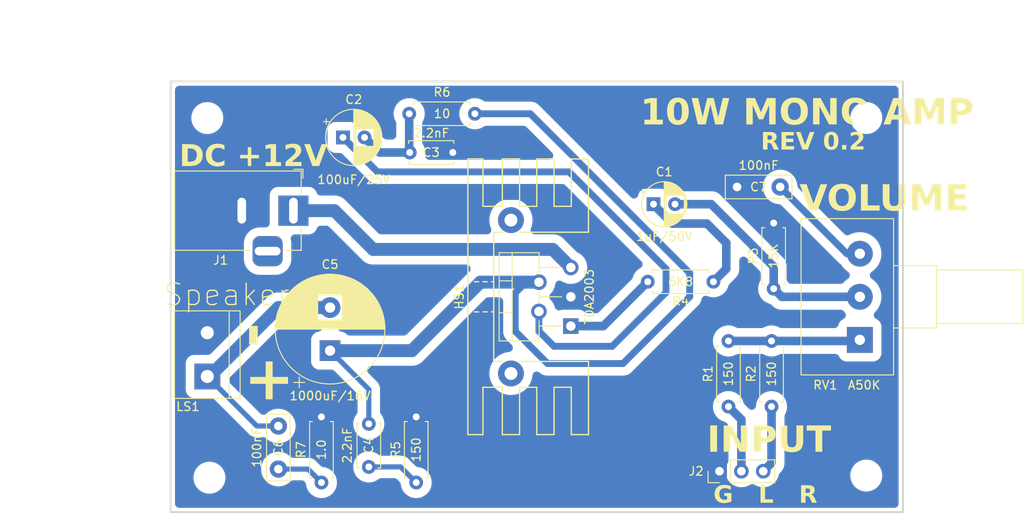
<source format=kicad_pcb>
(kicad_pcb (version 20221018) (generator pcbnew)
  (layers (0 "F.Cu" signal) (31 "B.Cu" signal) (34 "B.Paste" user) (35 "F.Paste" user) (36 "B.SilkS" user "B.Silkscreen") (37 "F.SilkS" user "F.Silkscreen") (38 "B.Mask" user) (39 "F.Mask" user) (44 "Edge.Cuts" user))
  (net 0 "")
  (net 1 "Net-(C1-Pad1)")
  (net 2 "Net-(C1-Pad2)")
  (net 3 "Net-(U1--)")
  (net 4 "Net-(C2-Pad2)")
  (net 5 "GND")
  (net 6 "Net-(C4-Pad1)")
  (net 7 "Net-(C5-Pad2)")
  (net 8 "Net-(C6-Pad2)")
  (net 9 "VCC")
  (net 10 "Net-(R1-Pad2)")
  (net 11 "Net-(U1-+)")
  (net 12 "Net-(J2-Pin_2)")
  (net 13 "Net-(J2-Pin_3)")
  (net 14 "Net-(C7-Pad1)")
  (footprint "Capacitor_THT:C_Disc_D5.0mm_W2.5mm_P5.00mm" (layer "F.Cu") (at 128.25 85.75 -90)
    (fp_text reference "C4" (at 2.5 0 90) (layer "F.SilkS"))
    (fp_text value "2.2nF" (at 2.5 2.5 90) (layer "F.SilkS"))
    (pad "1" thru_hole circle (at 0 0 270) (size 1.6 1.6) (drill 0.8) (layers "*.Cu" "*.Mask") (net 6 "Net-(C4-Pad1)"))
    (pad "2" thru_hole circle (at 5 0 270) (size 1.6 1.6) (drill 0.8) (layers "*.Cu" "*.Mask") (net 4 "Net-(C2-Pad2)"))
  )
  (footprint "Resistor_THT:R_Axial_DIN0207_L6.3mm_D2.5mm_P7.62mm_Horizontal" (layer "F.Cu") (at 168.25 69.25 180)
    (fp_text reference "R4" (at 3.81 -2.25) (layer "F.SilkS"))
    (fp_text value "6K8" (at 3.81 0) (layer "F.SilkS"))
    (pad "1" thru_hole circle (at 0 0 180) (size 1.6 1.6) (drill 0.8) (layers "*.Cu" "*.Mask") (net 1 "Net-(C1-Pad1)"))
    (pad "2" thru_hole oval (at 7.62 0 180) (size 1.6 1.6) (drill 0.8) (layers "*.Cu" "*.Mask") (net 11 "Net-(U1-+)"))
  )
  (footprint "Capacitor_THT:C_Disc_D7.5mm_W2.5mm_P5.00mm" (layer "F.Cu") (at 117.75 86 -90)
    (fp_text reference "C6" (at 2.5 0 90) (layer "F.SilkS"))
    (fp_text value "100nF" (at 2.5 2.5 90) (layer "F.SilkS"))
    (pad "1" thru_hole circle (at 0 0 270) (size 2 2) (drill 1) (layers "*.Cu" "*.Mask") (net 7 "Net-(C5-Pad2)"))
    (pad "2" thru_hole circle (at 5 0 270) (size 2 2) (drill 1) (layers "*.Cu" "*.Mask") (net 8 "Net-(C6-Pad2)"))
  )
  (footprint "TerminalBlock:TerminalBlock_bornier-2_P5.08mm" (layer "F.Cu") (at 109.5 80.25 90)
    (fp_text reference "LS1" (at -3.5 -2.25) (layer "F.SilkS"))
    (fp_text value "Speaker" (at 9.5 2.25) (layer "F.SilkS") (effects (font (size 2.5 2.5))))
    (pad "1" thru_hole rect (at 0 0 90) (size 3 3) (drill 1.52) (layers "*.Cu" "*.Mask") (net 7 "Net-(C5-Pad2)"))
    (pad "2" thru_hole circle (at 5.08 0 90) (size 3 3) (drill 1.52) (layers "*.Cu" "*.Mask") (net 5 "GND"))
  )
  (footprint "MountingHole:MountingHole_3.2mm_M3" (layer "F.Cu") (at 109.75 92)
    (fp_text reference "REF**" hide)
    (fp_text value "MountingHole_3.2mm_M3")
    (pad "" np_thru_hole circle (at 0 0) (size 3.2 3.2) (drill 3.2) (layers "*.Cu" "*.Mask"))
  )
  (footprint "Capacitor_THT:CP_Radial_D5.0mm_P2.50mm" (layer "F.Cu") (at 161.294888 60.25)
    (fp_text reference "C1" (at 1.25 -3.75) (layer "F.SilkS"))
    (fp_text value "1uF/50V" (at 1.25 3.75) (layer "F.SilkS"))
    (pad "1" thru_hole rect (at 0 0) (size 1.6 1.6) (drill 0.8) (layers "*.Cu" "*.Mask") (net 1 "Net-(C1-Pad1)"))
    (pad "2" thru_hole circle (at 2.5 0) (size 1.6 1.6) (drill 0.8) (layers "*.Cu" "*.Mask") (net 2 "Net-(C1-Pad2)"))
  )
  (footprint "Resistor_THT:R_Axial_DIN0207_L6.3mm_D2.5mm_P7.62mm_Horizontal" (layer "F.Cu") (at 175 83.75 90)
    (fp_text reference "R2" (at 3.81 -2.37 90) (layer "F.SilkS"))
    (fp_text value "150" (at 3.81 0 90) (layer "F.SilkS"))
    (pad "1" thru_hole circle (at 0 0 90) (size 1.6 1.6) (drill 0.8) (layers "*.Cu" "*.Mask") (net 13 "Net-(J2-Pin_3)"))
    (pad "2" thru_hole oval (at 7.62 0 90) (size 1.6 1.6) (drill 0.8) (layers "*.Cu" "*.Mask") (net 10 "Net-(R1-Pad2)"))
  )
  (footprint "Heatsink:Heatsink_Stonecold_HS-132_32x14mm_2xFixation1.5mm" (layer "F.Cu") (at 144.75 71 90)
    (fp_text reference "HS1" (at 0 -6 90) (layer "F.SilkS"))
    (fp_text value "Heatsink")
    (pad "1" thru_hole circle (at -8.9 0 90) (size 3 3) (drill 1.5) (layers "*.Cu" "*.Mask"))
    (pad "1" thru_hole circle (at 8.9 0 90) (size 3 3) (drill 1.5) (layers "*.Cu" "*.Mask"))
  )
  (footprint "MountingHole:MountingHole_3.2mm_M3" (layer "F.Cu") (at 186 50.25)
    (fp_text reference "REF**" hide)
    (fp_text value "MountingHole_3.2mm_M3")
    (pad "" np_thru_hole circle (at 0 0) (size 3.2 3.2) (drill 3.2) (layers "*.Cu" "*.Mask"))
  )
  (footprint "Capacitor_THT:CP_Radial_D6.3mm_P2.50mm" (layer "F.Cu") (at 125.25 52.5)
    (fp_text reference "C2" (at 1.25 -4.4) (layer "F.SilkS"))
    (fp_text value "100uF/25V" (at 1.25 4.9) (layer "F.SilkS"))
    (pad "1" thru_hole rect (at 0 0) (size 1.6 1.6) (drill 0.8) (layers "*.Cu" "*.Mask") (net 3 "Net-(U1--)"))
    (pad "2" thru_hole circle (at 2.5 0) (size 1.6 1.6) (drill 0.8) (layers "*.Cu" "*.Mask") (net 4 "Net-(C2-Pad2)"))
  )
  (footprint "Connector_BarrelJack:BarrelJack_Horizontal" (layer "F.Cu") (at 119.5 61)
    (fp_text reference "J1" (at -8.45 5.75) (layer "F.SilkS"))
    (fp_text value "Barrel_Jack")
    (pad "1" thru_hole rect (at 0 0) (size 3.5 3.5) (drill oval 1 3) (layers "*.Cu" "*.Mask") (net 9 "VCC"))
    (pad "2" thru_hole roundrect (at -6 0) (size 3 3.5) (drill oval 1 3) (layers "*.Cu" "*.Mask") (net 5 "GND"))
    (pad "3" thru_hole roundrect (at -3 4.7) (size 3.5 3.5) (drill oval 3 1) (layers "*.Cu" "*.Mask"))
  )
  (footprint "Resistor_THT:R_Axial_DIN0207_L6.3mm_D2.5mm_P7.62mm_Horizontal" (layer "F.Cu") (at 140.56 49.75 180)
    (fp_text reference "R6" (at 3.81 2.5) (layer "F.SilkS"))
    (fp_text value "10" (at 3.81 0) (layer "F.SilkS"))
    (pad "1" thru_hole circle (at 0 0 180) (size 1.6 1.6) (drill 0.8) (layers "*.Cu" "*.Mask") (net 6 "Net-(C4-Pad1)"))
    (pad "2" thru_hole oval (at 7.62 0 180) (size 1.6 1.6) (drill 0.8) (layers "*.Cu" "*.Mask") (net 4 "Net-(C2-Pad2)"))
  )
  (footprint "Potentiometer_THT:Potentiometer_Alps_RK163_Single_Horizontal" (layer "F.Cu") (at 185.25 76 180)
    (fp_text reference "RV1" (at 4 -5.25) (layer "F.SilkS"))
    (fp_text value "A50K" (at -0.5 -5.25) (layer "F.SilkS"))
    (pad "1" thru_hole rect (at 0 0) (size 3 3) (drill 1.2) (layers "*.Cu" "*.Mask") (net 10 "Net-(R1-Pad2)"))
    (pad "2" thru_hole circle (at 0 5) (size 3 3) (drill 1.2) (layers "*.Cu" "*.Mask") (net 2 "Net-(C1-Pad2)"))
    (pad "3" thru_hole circle (at 0 10) (size 3 3) (drill 1.2) (layers "*.Cu" "*.Mask") (net 14 "Net-(C7-Pad1)"))
  )
  (footprint "Capacitor_THT:C_Disc_D7.5mm_W2.5mm_P5.00mm" (layer "F.Cu") (at 176 58.25 180)
    (fp_text reference "C7" (at 2.5 0) (layer "F.SilkS"))
    (fp_text value "100nF" (at 2.5 2.5) (layer "F.SilkS"))
    (pad "1" thru_hole circle (at 0 0 180) (size 2 2) (drill 1) (layers "*.Cu" "*.Mask") (net 14 "Net-(C7-Pad1)"))
    (pad "2" thru_hole circle (at 5 0 180) (size 2 2) (drill 1) (layers "*.Cu" "*.Mask") (net 5 "GND"))
  )
  (footprint "Connector_PinHeader_2.54mm:PinHeader_1x03_P2.54mm_Vertical" (layer "F.Cu") (at 168.96 91.25 90)
    (fp_text reference "J2" (at 0 -2.71 180) (layer "F.SilkS"))
    (fp_text value "Conn_01x03_Pin")
    (pad "1" thru_hole rect (at 0 0 90) (size 1.7 1.7) (drill 1) (layers "*.Cu" "*.Mask") (net 5 "GND"))
    (pad "2" thru_hole oval (at 0 2.54 90) (size 1.7 1.7) (drill 1) (layers "*.Cu" "*.Mask") (net 12 "Net-(J2-Pin_2)"))
    (pad "3" thru_hole oval (at 0 5.08 90) (size 1.7 1.7) (drill 1) (layers "*.Cu" "*.Mask") (net 13 "Net-(J2-Pin_3)"))
  )
  (footprint "Resistor_THT:R_Axial_DIN0207_L6.3mm_D2.5mm_P7.62mm_Horizontal" (layer "F.Cu") (at 122.75 92.56 90)
    (fp_text reference "R7" (at 3.81 -2.37 90) (layer "F.SilkS"))
    (fp_text value "1.0" (at 3.81 0 90) (layer "F.SilkS"))
    (pad "1" thru_hole circle (at 0 0 90) (size 1.6 1.6) (drill 0.8) (layers "*.Cu" "*.Mask") (net 8 "Net-(C6-Pad2)"))
    (pad "2" thru_hole oval (at 7.62 0 90) (size 1.6 1.6) (drill 0.8) (layers "*.Cu" "*.Mask") (net 5 "GND"))
  )
  (footprint "Resistor_THT:R_Axial_DIN0207_L6.3mm_D2.5mm_P7.62mm_Horizontal" (layer "F.Cu") (at 133.75 92.56 90)
    (fp_text reference "R5" (at 3.81 -2.37 90) (layer "F.SilkS"))
    (fp_text value "150" (at 3.81 0 90) (layer "F.SilkS"))
    (pad "1" thru_hole circle (at 0 0 90) (size 1.6 1.6) (drill 0.8) (layers "*.Cu" "*.Mask") (net 4 "Net-(C2-Pad2)"))
    (pad "2" thru_hole oval (at 7.62 0 90) (size 1.6 1.6) (drill 0.8) (layers "*.Cu" "*.Mask") (net 5 "GND"))
  )
  (footprint "MountingHole:MountingHole_3.2mm_M3" (layer "F.Cu") (at 186 91.75)
    (fp_text reference "REF**" hide)
    (fp_text value "MountingHole_3.2mm_M3")
    (pad "" np_thru_hole circle (at 0 0) (size 3.2 3.2) (drill 3.2) (layers "*.Cu" "*.Mask"))
  )
  (footprint "MountingHole:MountingHole_3.2mm_M3" (layer "F.Cu") (at 109.5 50.25)
    (fp_text reference "REF**" hide)
    (fp_text value "MountingHole_3.2mm_M3")
    (pad "" np_thru_hole circle (at 0 0) (size 3.2 3.2) (drill 3.2) (layers "*.Cu" "*.Mask"))
  )
  (footprint "Capacitor_THT:C_Disc_D5.0mm_W2.5mm_P5.00mm" (layer "F.Cu") (at 133 54.25)
    (fp_text reference "C3" (at 2.5 0) (layer "F.SilkS"))
    (fp_text value "2.2nF" (at 2.5 -2.25) (layer "F.SilkS"))
    (pad "1" thru_hole circle (at 0 0) (size 1.6 1.6) (drill 0.8) (layers "*.Cu" "*.Mask") (net 4 "Net-(C2-Pad2)"))
    (pad "2" thru_hole circle (at 5 0) (size 1.6 1.6) (drill 0.8) (layers "*.Cu" "*.Mask") (net 5 "GND"))
  )
  (footprint "Package_TO_SOT_THT:TO-220-5_P3.4x3.7mm_StaggerOdd_Lead3.8mm_Vertical" (layer "F.Cu") (at 151.7 74.4 90)
    (fp_text reference "U1" hide)
    (fp_text value "TDA2003" (at 3.4 2.15 90) (layer "F.SilkS"))
    (pad "1" thru_hole rect (at 0 0 90) (size 1.8 1.8) (drill 1.1) (layers "*.Cu" "*.Mask") (net 11 "Net-(U1-+)"))
    (pad "2" thru_hole oval (at 1.7 -3.7 90) (size 1.8 1.8) (drill 1.1) (layers "*.Cu" "*.Mask") (net 3 "Net-(U1--)"))
    (pad "3" thru_hole oval (at 3.4 0 90) (size 1.8 1.8) (drill 1.1) (layers "*.Cu" "*.Mask") (net 5 "GND"))
    (pad "4" thru_hole oval (at 5.1 -3.7 90) (size 1.8 1.8) (drill 1.1) (layers "*.Cu" "*.Mask") (net 6 "Net-(C4-Pad1)"))
    (pad "5" thru_hole oval (at 6.8 0 90) (size 1.8 1.8) (drill 1.1) (layers "*.Cu" "*.Mask") (net 9 "VCC"))
  )
  (footprint "Capacitor_THT:CP_Radial_D12.5mm_P5.00mm" (layer "F.Cu") (at 123.75 77.25 90)
    (fp_text reference "C5" (at 10 0) (layer "F.SilkS"))
    (fp_text value "1000uF/16V" (at -5.25 0 180) (layer "F.SilkS"))
    (pad "1" thru_hole rect (at 0 0 90) (size 2.4 2.4) (drill 1.2) (layers "*.Cu" "*.Mask") (net 6 "Net-(C4-Pad1)"))
    (pad "2" thru_hole circle (at 5 0 90) (size 2.4 2.4) (drill 1.2) (layers "*.Cu" "*.Mask") (net 7 "Net-(C5-Pad2)"))
  )
  (footprint "Resistor_THT:R_Axial_DIN0207_L6.3mm_D2.5mm_P7.62mm_Horizontal" (layer "F.Cu") (at 175.25 70.06 90)
    (fp_text reference "R3" (at 3.81 -2.37 90) (layer "F.SilkS"))
    (fp_text value "15K" (at 3.81 0 90) (layer "F.SilkS"))
    (pad "1" thru_hole circle (at 0 0 90) (size 1.6 1.6) (drill 0.8) (layers "*.Cu" "*.Mask") (net 2 "Net-(C1-Pad2)"))
    (pad "2" thru_hole oval (at 7.62 0 90) (size 1.6 1.6) (drill 0.8) (layers "*.Cu" "*.Mask") (net 5 "GND"))
  )
  (footprint "Resistor_THT:R_Axial_DIN0207_L6.3mm_D2.5mm_P7.62mm_Horizontal" (layer "F.Cu") (at 170 83.75 90)
    (fp_text reference "R1" (at 3.81 -2.37 90) (layer "F.SilkS"))
    (fp_text value "150" (at 3.81 0 90) (layer "F.SilkS"))
    (pad "1" thru_hole circle (at 0 0 90) (size 1.6 1.6) (drill 0.8) (layers "*.Cu" "*.Mask") (net 12 "Net-(J2-Pin_2)"))
    (pad "2" thru_hole oval (at 7.62 0 90) (size 1.6 1.6) (drill 0.8) (layers "*.Cu" "*.Mask") (net 10 "Net-(R1-Pad2)"))
  )
  (gr_rect (start 105.25 46) (end 190.25 96) (stroke (width 0.2)) (fill none) (layer "F.SilkS"))
  (gr_rect (start 105.25 46) (end 190.25 96) (stroke (width 0.2)) (fill none) (layer "Edge.Cuts"))
  (gr_text "G   L   R" (at 168.25 95.25) (layer "F.SilkS") (effects (font (size 2 2) (thickness 0.3) bold) (justify left bottom)))
  (gr_text "REV 0.2" (at 173.75 54.25) (layer "F.SilkS") (effects (font (size 2 2) (thickness 0.3) bold) (justify left bottom)))
  (gr_text "+" (at 113.75 83.75) (layer "F.SilkS") (effects (font (size 5 5) (thickness 0.3) bold) (justify left bottom)))
  (gr_text "DC +12V\n" (at 106.25 56.25) (layer "F.SilkS") (effects (font (size 2.5 2.5) (thickness 0.3) bold) (justify left bottom)))
  (gr_text "10W MONO AMP" (at 159.75 51.5) (layer "F.SilkS") (effects (font (size 3 3) (thickness 0.3) bold) (justify left bottom)))
  (gr_text "-" (at 112 74 -90) (layer "F.SilkS") (effects (font (size 5 5) (thickness 0.3) bold) (justify left bottom)))
  (gr_text "INPUT" (at 167.5 89.5) (layer "F.SilkS") (effects (font (size 3 3) (thickness 0.3) bold) (justify left bottom)))
  (gr_text "VOLUME" (at 178.25 61.5) (layer "F.SilkS") (effects (font (size 3 3) (thickness 0.3) bold) (justify left bottom)))
  (segment (start 161.294888 60.25) (end 161.294888 60.295585) (width 1) (layer "B.Cu") (net 1))
  (segment (start 167.5 62.5) (end 169.75 64.75) (width 1) (layer "B.Cu") (net 1))
  (segment (start 163.499303 62.5) (end 167.5 62.5) (width 1) (layer "B.Cu") (net 1))
  (segment (start 169.75 64.75) (end 169.75 67.75) (width 1) (layer "B.Cu") (net 1))
  (segment (start 169.75 67.75) (end 168.25 69.25) (width 1) (layer "B.Cu") (net 1))
  (segment (start 161.294888 60.295585) (end 163.499303 62.5) (width 1) (layer "B.Cu") (net 1))
  (segment (start 176.19 71) (end 175.25 70.06) (width 1) (layer "B.Cu") (net 2))
  (segment (start 168 60.25) (end 163.794888 60.25) (width 1) (layer "B.Cu") (net 2))
  (segment (start 175.25 67.5) (end 168 60.25) (width 1) (layer "B.Cu") (net 2))
  (segment (start 175.25 70.06) (end 175.25 67.5) (width 1) (layer "B.Cu") (net 2))
  (segment (start 185.25 71) (end 176.19 71) (width 1) (layer "B.Cu") (net 2))
  (segment (start 162.75 67.75) (end 162.75 70.5) (width 0.8) (layer "B.Cu") (net 3))
  (segment (start 162.75 70.5) (end 156.5 76.75) (width 0.8) (layer "B.Cu") (net 3))
  (segment (start 148 75) (end 148 72.7) (width 0.8) (layer "B.Cu") (net 3))
  (segment (start 149.75 76.75) (end 148 75) (width 0.8) (layer "B.Cu") (net 3))
  (segment (start 156.5 76.75) (end 149.75 76.75) (width 0.8) (layer "B.Cu") (net 3))
  (segment (start 129.25 56.5) (end 151.5 56.5) (width 0.8) (layer "B.Cu") (net 3))
  (segment (start 125.25 52.5) (end 129.25 56.5) (width 0.8) (layer "B.Cu") (net 3))
  (segment (start 151.5 56.5) (end 162.75 67.75) (width 0.8) (layer "B.Cu") (net 3))
  (segment (start 129.5 54.25) (end 133 54.25) (width 1) (layer "B.Cu") (net 4))
  (segment (start 128.25 90.75) (end 131.94 90.75) (width 0.6) (layer "B.Cu") (net 4))
  (segment (start 132.94 49.75) (end 132.94 54.19) (width 1) (layer "B.Cu") (net 4))
  (segment (start 127.75 52.5) (end 129.5 54.25) (width 1) (layer "B.Cu") (net 4))
  (segment (start 132.94 54.19) (end 133 54.25) (width 1) (layer "B.Cu") (net 4))
  (segment (start 131.94 90.75) (end 133.75 92.56) (width 0.6) (layer "B.Cu") (net 4))
  (segment (start 149.5 59) (end 126.5 59) (width 1.5) (layer "B.Cu") (net 5))
  (segment (start 151.7 71) (end 153.75 71) (width 1.5) (layer "B.Cu") (net 5))
  (segment (start 109.5 65) (end 113.5 61) (width 1.5) (layer "B.Cu") (net 5))
  (segment (start 109.5 75.17) (end 109.5 65) (width 1.5) (layer "B.Cu") (net 5))
  (segment (start 117.25 57.25) (end 113.5 61) (width 1.5) (layer "B.Cu") (net 5))
  (segment (start 154.75 64.25) (end 149.5 59) (width 1.5) (layer "B.Cu") (net 5))
  (segment (start 154.75 70) (end 154.75 64.25) (width 1.5) (layer "B.Cu") (net 5))
  (segment (start 124.75 57.25) (end 117.25 57.25) (width 1.5) (layer "B.Cu") (net 5))
  (segment (start 153.75 71) (end 154.75 70) (width 1.5) (layer "B.Cu") (net 5))
  (segment (start 126.5 59) (end 124.75 57.25) (width 1.5) (layer "B.Cu") (net 5))
  (segment (start 157.75 78.75) (end 149 78.75) (width 0.8) (layer "B.Cu") (net 6))
  (segment (start 148 69.3) (end 146.5 69.3) (width 1.5) (layer "B.Cu") (net 6))
  (segment (start 149 78.75) (end 145.25 75) (width 0.8) (layer "B.Cu") (net 6))
  (segment (start 147 49.75) (end 165.5 68.25) (width 0.8) (layer "B.Cu") (net 6))
  (segment (start 128.25 81.75) (end 123.75 77.25) (width 0.6) (layer "B.Cu") (net 6))
  (segment (start 145.25 75) (end 145.25 70.55) (width 0.8) (layer "B.Cu") (net 6))
  (segment (start 141.2 69.3) (end 133.25 77.25) (width 1.5) (layer "B.Cu") (net 6))
  (segment (start 128.25 85.75) (end 128.25 81.75) (width 0.6) (layer "B.Cu") (net 6))
  (segment (start 140.56 49.75) (end 147 49.75) (width 0.8) (layer "B.Cu") (net 6))
  (segment (start 165.5 71) (end 157.75 78.75) (width 0.8) (layer "B.Cu") (net 6))
  (segment (start 146.5 69.3) (end 141.2 69.3) (width 1.5) (layer "B.Cu") (net 6))
  (segment (start 145.25 70.55) (end 146.5 69.3) (width 0.8) (layer "B.Cu") (net 6))
  (segment (start 133.25 77.25) (end 123.75 77.25) (width 1.5) (layer "B.Cu") (net 6))
  (segment (start 165.5 68.25) (end 165.5 71) (width 0.8) (layer "B.Cu") (net 6))
  (segment (start 109.75 80.25) (end 109.5 80.25) (width 1.5) (layer "B.Cu") (net 7))
  (segment (start 117.75 86) (end 115.25 86) (width 0.6) (layer "B.Cu") (net 7))
  (segment (start 123.75 72.25) (end 117.75 72.25) (width 1.5) (layer "B.Cu") (net 7))
  (segment (start 117.75 72.25) (end 109.75 80.25) (width 1.5) (layer "B.Cu") (net 7))
  (segment (start 115.25 86) (end 109.5 80.25) (width 0.6) (layer "B.Cu") (net 7))
  (segment (start 121.19 91) (end 122.75 92.56) (width 0.6) (layer "B.Cu") (net 8))
  (segment (start 117.75 91) (end 121.19 91) (width 0.6) (layer "B.Cu") (net 8))
  (segment (start 119.5 61) (end 124.25 61) (width 1.5) (layer "B.Cu") (net 9))
  (segment (start 128.75 65.5) (end 149.6 65.5) (width 1.5) (layer "B.Cu") (net 9))
  (segment (start 149.6 65.5) (end 151.7 67.6) (width 1.5) (layer "B.Cu") (net 9))
  (segment (start 124.25 61) (end 128.75 65.5) (width 1.5) (layer "B.Cu") (net 9))
  (segment (start 175 76.13) (end 185.12 76.13) (width 1) (layer "B.Cu") (net 10))
  (segment (start 185.12 76.13) (end 185.25 76) (width 1) (layer "B.Cu") (net 10))
  (segment (start 170 76.13) (end 175 76.13) (width 1) (layer "B.Cu") (net 10))
  (segment (start 151.7 74.4) (end 155.48 74.4) (width 1) (layer "B.Cu") (net 11))
  (segment (start 155.48 74.4) (end 160.63 69.25) (width 1) (layer "B.Cu") (net 11))
  (segment (start 171.5 85.25) (end 170 83.75) (width 1) (layer "B.Cu") (net 12))
  (segment (start 171.5 91.25) (end 171.5 85.25) (width 1) (layer "B.Cu") (net 12))
  (segment (start 174.04 91.25) (end 175 90.29) (width 1) (layer "B.Cu") (net 13))
  (segment (start 175 90.29) (end 175 83.75) (width 1) (layer "B.Cu") (net 13))
  (segment (start 183.75 66) (end 185.25 66) (width 0.8) (layer "B.Cu") (net 14))
  (segment (start 176 58.25) (end 183.75 66) (width 0.8) (layer "B.Cu") (net 14))
  (zone (net 5) (net_name "GND") (layer "B.Cu") (connect_pads yes (clearance 1)) (min_thickness 1) (fill yes (thermal_gap 1) (thermal_bridge_width 1))
    (polygon (pts (xy 105.75 46.5) (xy 189.75 46.5) (xy 189.75 95.5) (xy 105.75 95.5)))
  )
)
</source>
